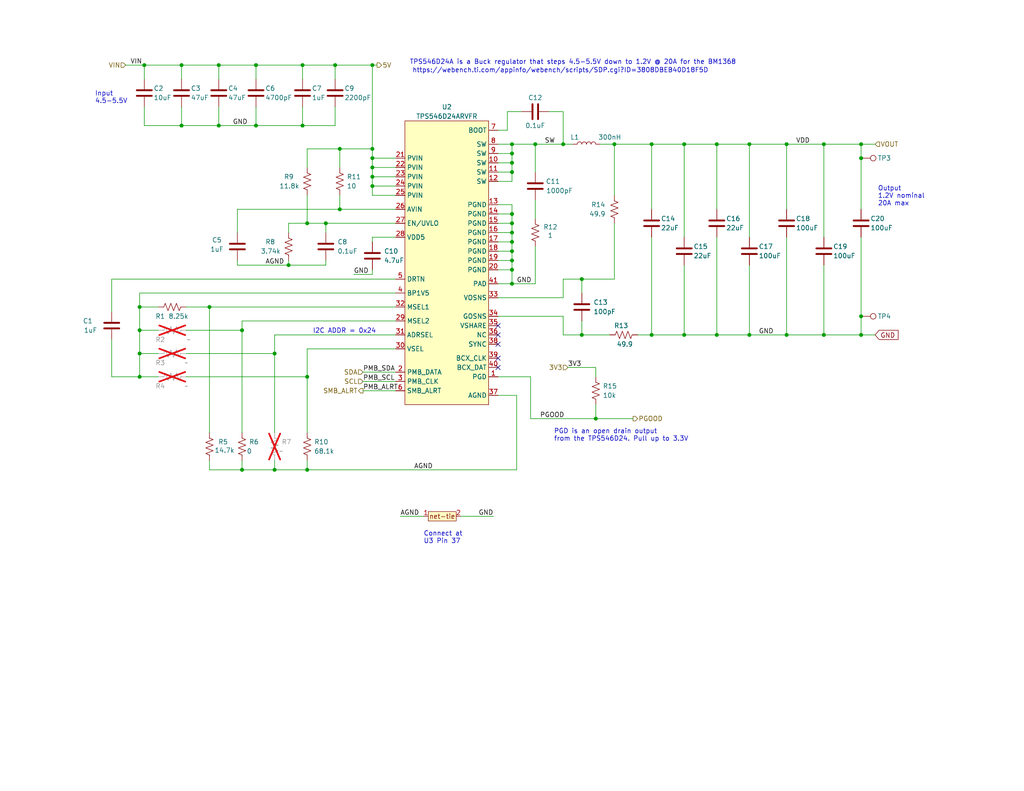
<source format=kicad_sch>
(kicad_sch (version 20250114) (generator "eeschema") (generator_version "9.0")
  (paper "A")
  (title_block (title "bitaxeGamma") (date "2024-09-26") (rev "601"))
  (lib_symbols
    (symbol "Connector:TestPoint" (pin_numbers (hide yes)) (pin_names (offset 0.762) (hide yes))
      (property "Reference" "TP" (at 0 6.858 0))
      (property "Value" "TestPoint" (at 0 5.08 0))
      (symbol "TestPoint_0_1"
        (circle (center 0 3.302) (radius 0.762))
      )
      (symbol "TestPoint_1_1"
        (pin passive line (at 0 0 90) (length 2.54) (name "1") (number "1"))
      )
    )
    (symbol "Device:C" (pin_numbers (hide yes)) (pin_names (offset 0.254))
      (property "Reference" "C" (at 0.635 2.54 0))
      (property "Value" "C" (at 0.635 -2.54 0))
      (symbol "C_0_1"
        (polyline (pts (xy -2.032 0.762) (xy 2.032 0.762)) (stroke (width 0.508)))
        (polyline (pts (xy -2.032 -0.762) (xy 2.032 -0.762)) (stroke (width 0.508)))
      )
      (symbol "C_1_1"
        (pin passive line (at 0 3.81 270) (length 2.794) (name "~") (number "1"))
        (pin passive line (at 0 -3.81 90) (length 2.794) (name "~") (number "2"))
      )
    )
    (symbol "Device:L" (pin_numbers (hide yes)) (pin_names (offset 1.016) (hide yes))
      (property "Reference" "L" (at -1.27 0 90))
      (property "Value" "L" (at 1.905 0 90))
      (symbol "L_0_1"
        (arc (start 0 2.54) (mid 0.6323 1.905) (end 0 1.27))
        (arc (start 0 1.27) (mid 0.6323 0.635) (end 0 0))
        (arc (start 0 0) (mid 0.6323 -0.635) (end 0 -1.27))
        (arc (start 0 -1.27) (mid 0.6323 -1.905) (end 0 -2.54))
      )
      (symbol "L_1_1"
        (pin passive line (at 0 3.81 270) (length 1.27) (name "1") (number "1"))
        (pin passive line (at 0 -3.81 90) (length 1.27) (name "2") (number "2"))
      )
    )
    (symbol "Device:R_US" (pin_numbers (hide yes)) (pin_names (offset 0))
      (property "Reference" "R" (at 2.54 0 90))
      (property "Value" "R_US" (at -2.54 0 90))
      (symbol "R_US_0_1"
        (polyline (pts (xy 0 2.286) (xy 0 2.54)))
        (polyline (pts (xy 0 2.286) (xy 1.016 1.905) (xy 0 1.524) (xy -1.016 1.143) (xy 0 0.762)))
        (polyline (pts (xy 0 0.762) (xy 1.016 0.381) (xy 0 0) (xy -1.016 -0.381) (xy 0 -0.762)))
        (polyline (pts (xy 0 -0.762) (xy 1.016 -1.143) (xy 0 -1.524) (xy -1.016 -1.905) (xy 0 -2.286)))
        (polyline (pts (xy 0 -2.286) (xy 0 -2.54)))
      )
      (symbol "R_US_1_1"
        (pin passive line (at 0 3.81 270) (length 1.27) (name "~") (number "1"))
        (pin passive line (at 0 -3.81 90) (length 1.27) (name "~") (number "2"))
      )
    )
    (symbol "bitaxe:TPS546D24"
      (property "Reference" "U10" (at 0 45.72 0))
      (property "Value" "TPS546D24ARVFR" (at 0 43.18 0))
      (symbol "TPS546D24_0_1"
        (rectangle (start -11.43 41.91) (end 11.43 -35.56) (stroke (width 0.1524)) (fill (type background)))
      )
      (symbol "TPS546D24_1_1"
        (pin input line (at -13.97 31.75 0) (length 2.54) (name "PVIN") (number "21"))
        (pin input line (at -13.97 29.21 0) (length 2.54) (name "PVIN") (number "22"))
        (pin input line (at -13.97 26.67 0) (length 2.54) (name "PVIN") (number "23"))
        (pin input line (at -13.97 24.13 0) (length 2.54) (name "PVIN") (number "24"))
        (pin input line (at -13.97 21.59 0) (length 2.54) (name "PVIN") (number "25"))
        (pin input line (at -13.97 17.78 0) (length 2.54) (name "AVIN") (number "26"))
        (pin input line (at -13.97 13.97 0) (length 2.54) (name "EN/UVLO") (number "27"))
        (pin output line (at -13.97 10.16 0) (length 2.54) (name "VDD5") (number "28"))
        (pin input line (at -13.97 -1.27 0) (length 2.54) (name "DRTN") (number "5"))
        (pin input line (at -13.97 -5.08 0) (length 2.54) (name "BP1V5") (number "4"))
        (pin input line (at -13.97 -8.89 0) (length 2.54) (name "MSEL1") (number "32"))
        (pin input line (at -13.97 -12.7 0) (length 2.54) (name "MSEL2") (number "29"))
        (pin input line (at -13.97 -16.51 0) (length 2.54) (name "ADRSEL") (number "31"))
        (pin input line (at -13.97 -20.32 0) (length 2.54) (name "VSEL") (number "30"))
        (pin input line (at -13.97 -26.67 0) (length 2.54) (name "PMB_DATA") (number "2"))
        (pin input line (at -13.97 -29.21 0) (length 2.54) (name "PMB_CLK") (number "3"))
        (pin input line (at -13.97 -31.75 0) (length 2.54) (name "SMB_ALRT") (number "6"))
        (pin input line (at 13.97 39.37 180) (length 2.54) (name "BOOT") (number "7"))
        (pin output line (at 13.97 35.56 180) (length 2.54) (name "SW") (number "8"))
        (pin power_in line (at 13.97 33.02 180) (length 2.54) (name "SW") (number "9"))
        (pin power_in line (at 13.97 30.48 180) (length 2.54) (name "SW") (number "10"))
        (pin output line (at 13.97 27.94 180) (length 2.54) (name "SW") (number "11"))
        (pin power_out line (at 13.97 25.4 180) (length 2.54) (name "SW") (number "12"))
        (pin output line (at 13.97 19.05 180) (length 2.54) (name "PGND") (number "13"))
        (pin output line (at 13.97 16.51 180) (length 2.54) (name "PGND") (number "14"))
        (pin input line (at 13.97 13.97 180) (length 2.54) (name "PGND") (number "15"))
        (pin input line (at 13.97 11.43 180) (length 2.54) (name "PGND") (number "16"))
        (pin power_in line (at 13.97 8.89 180) (length 2.54) (name "PGND") (number "17"))
        (pin input line (at 13.97 6.35 180) (length 2.54) (name "PGND") (number "18"))
        (pin input line (at 13.97 3.81 180) (length 2.54) (name "PGND") (number "19"))
        (pin power_in line (at 13.97 1.27 180) (length 2.54) (name "PGND") (number "20"))
        (pin power_in line (at 13.97 -2.54 180) (length 2.54) (name "PAD") (number "41"))
        (pin output line (at 13.97 -6.35 180) (length 2.54) (name "VOSNS") (number "33"))
        (pin output line (at 13.97 -11.43 180) (length 2.54) (name "GOSNS") (number "34"))
        (pin input line (at 13.97 -13.97 180) (length 2.54) (name "VSHARE") (number "35"))
        (pin input line (at 13.97 -16.51 180) (length 2.54) (name "NC") (number "36"))
        (pin input line (at 13.97 -19.05 180) (length 2.54) (name "SYNC") (number "38"))
        (pin input line (at 13.97 -22.86 180) (length 2.54) (name "BCX_CLK") (number "39"))
        (pin input line (at 13.97 -25.4 180) (length 2.54) (name "BCX_DAT") (number "40"))
        (pin input line (at 13.97 -27.94 180) (length 2.54) (name "PGD") (number "1"))
        (pin power_in line (at 13.97 -33.02 180) (length 2.54) (name "AGND") (number "37"))
      )
    )
    (symbol "bitaxe:net-tie"
      (symbol "net-tie_0_1"
        (rectangle (start -3.81 1.27) (end 3.81 -1.27) (stroke (width 0.1524)) (fill (type background)))
      )
      (symbol "net-tie_1_0"
        (pin bidirectional line (at -5.08 0 0) (length 1.27) (name "") (number "1"))
        (pin bidirectional line (at 5.08 0 180) (length 1.27) (name "") (number "2"))
      )
      (symbol "net-tie_1_1"
        (text "net-tie" (at 0 0 0) (effects (font (size 1.27 1.27))))
      )
    )
  )
  (text "TPS546D24A is a Buck regulator that steps 4.5-5.5V down to 1.2V @ 20A for the BM1368" (at 111.76 17.78 0) (effects (font (size 1.27 1.27)) (justify left bottom)))
  (text "https://webench.ti.com/appinfo/webench/scripts/SDP.cgi?ID=3808DBEB40D18F5D" (at 152.908 19.304 0) (effects (font (size 1.27 1.27))))
  (text "Input \n4.5-5.5V" (at 25.908 28.448 0) (effects (font (size 1.27 1.27)) (justify left bottom)))
  (text "PGD is an open drain output\nfrom the TPS546D24. Pull up to 3.3V" (at 151.13 120.65 0) (effects (font (size 1.27 1.27)) (justify left bottom)))
  (text "I2C ADDR = 0x24" (at 85.344 91.186 0) (effects (font (size 1.27 1.27)) (justify left bottom)))
  (text "Output \n1.2V nominal\n20A max" (at 239.522 56.388 0) (effects (font (size 1.27 1.27)) (justify left bottom)))
  (text "Connect at\nU3 Pin 37" (at 115.57 148.59 0) (effects (font (size 1.27 1.27)) (justify left bottom)))
  (junction (at 66.04 90.17))
  (junction (at 83.82 60.96))
  (junction (at 59.69 17.78))
  (junction (at 139.7 46.99))
  (junction (at 186.69 39.37))
  (junction (at 146.05 39.37))
  (junction (at 38.1 96.52))
  (junction (at 234.95 91.44))
  (junction (at 82.55 17.78))
  (junction (at 49.53 17.78))
  (junction (at 162.56 114.3))
  (junction (at 39.37 17.78))
  (junction (at 101.6 45.72))
  (junction (at 224.79 91.44))
  (junction (at 195.58 39.37))
  (junction (at 83.82 128.27))
  (junction (at 234.95 39.37))
  (junction (at 92.71 57.15))
  (junction (at 91.44 17.78))
  (junction (at 186.69 91.44))
  (junction (at 69.85 34.29))
  (junction (at 49.53 34.29))
  (junction (at 83.82 102.87))
  (junction (at 177.8 39.37))
  (junction (at 57.15 83.82))
  (junction (at 92.71 40.64))
  (junction (at 101.6 43.18))
  (junction (at 38.1 102.87))
  (junction (at 153.67 39.37))
  (junction (at 74.93 128.27))
  (junction (at 204.47 39.37))
  (junction (at 139.7 63.5))
  (junction (at 158.75 91.44))
  (junction (at 78.74 72.39))
  (junction (at 139.7 58.42))
  (junction (at 101.6 48.26))
  (junction (at 139.7 41.91))
  (junction (at 139.7 66.04))
  (junction (at 234.95 43.18))
  (junction (at 214.63 91.44))
  (junction (at 214.63 39.37))
  (junction (at 139.7 60.96))
  (junction (at 224.79 39.37))
  (junction (at 177.8 91.44))
  (junction (at 234.95 86.36))
  (junction (at 139.7 44.45))
  (junction (at 167.64 39.37))
  (junction (at 74.93 96.52))
  (junction (at 38.1 83.82))
  (junction (at 101.6 50.8))
  (junction (at 139.7 77.47))
  (junction (at 139.7 73.66))
  (junction (at 204.47 91.44))
  (junction (at 101.6 17.78))
  (junction (at 69.85 17.78))
  (junction (at 139.7 71.12))
  (junction (at 101.6 40.64))
  (junction (at 139.7 68.58))
  (junction (at 195.58 91.44))
  (junction (at 59.69 34.29))
  (junction (at 38.1 90.17))
  (junction (at 158.75 76.2))
  (junction (at 66.04 128.27))
  (junction (at 82.55 34.29))
  (junction (at 88.9 60.96))
  (junction (at 139.7 39.37))
  (no_connect (at 135.89 88.9))
  (no_connect (at 135.89 93.98))
  (no_connect (at 135.89 97.79))
  (no_connect (at 135.89 91.44))
  (no_connect (at 135.89 100.33))
  (wire (pts (xy 146.05 59.69) (xy 146.05 54.61)))
  (wire (pts (xy 139.7 41.91) (xy 139.7 39.37)))
  (wire (pts (xy 92.71 45.72) (xy 92.71 40.64)))
  (wire (pts (xy 139.7 73.66) (xy 139.7 77.47)))
  (wire (pts (xy 92.71 53.34) (xy 92.71 57.15)))
  (wire (pts (xy 195.58 39.37) (xy 195.58 57.15)))
  (wire (pts (xy 88.9 60.96) (xy 107.95 60.96)))
  (wire (pts (xy 101.6 43.18) (xy 107.95 43.18)))
  (wire (pts (xy 101.6 45.72) (xy 101.6 48.26)))
  (wire (pts (xy 69.85 34.29) (xy 82.55 34.29)))
  (wire (pts (xy 224.79 72.39) (xy 224.79 91.44)))
  (wire (pts (xy 59.69 17.78) (xy 59.69 21.59)))
  (wire (pts (xy 167.64 39.37) (xy 177.8 39.37)))
  (wire (pts (xy 101.6 40.64) (xy 101.6 43.18)))
  (wire (pts (xy 153.67 39.37) (xy 156.21 39.37)))
  (wire (pts (xy 146.05 46.99) (xy 146.05 39.37)))
  (wire (pts (xy 101.6 66.04) (xy 101.6 64.77)))
  (wire (pts (xy 83.82 60.96) (xy 78.74 60.96)))
  (wire (pts (xy 66.04 87.63) (xy 66.04 90.17)))
  (wire (pts (xy 83.82 40.64) (xy 92.71 40.64)))
  (wire (pts (xy 139.7 58.42) (xy 139.7 60.96)))
  (wire (pts (xy 66.04 128.27) (xy 74.93 128.27)))
  (wire (pts (xy 162.56 114.3) (xy 172.72 114.3)))
  (wire (pts (xy 78.74 71.12) (xy 78.74 72.39)))
  (wire (pts (xy 69.85 29.21) (xy 69.85 34.29)))
  (wire (pts (xy 96.52 74.93) (xy 101.6 74.93)))
  (wire (pts (xy 49.53 34.29) (xy 59.69 34.29)))
  (wire (pts (xy 135.89 102.87) (xy 144.78 102.87)))
  (wire (pts (xy 38.1 90.17) (xy 43.18 90.17)))
  (wire (pts (xy 135.89 58.42) (xy 139.7 58.42)))
  (wire (pts (xy 39.37 17.78) (xy 49.53 17.78)))
  (wire (pts (xy 195.58 91.44) (xy 204.47 91.44)))
  (wire (pts (xy 83.82 102.87) (xy 83.82 118.11)))
  (wire (pts (xy 234.95 43.18) (xy 234.95 57.15)))
  (wire (pts (xy 64.77 72.39) (xy 78.74 72.39)))
  (wire (pts (xy 88.9 71.12) (xy 88.9 72.39)))
  (wire (pts (xy 139.7 49.53) (xy 139.7 46.99)))
  (wire (pts (xy 101.6 50.8) (xy 101.6 53.34)))
  (wire (pts (xy 204.47 91.44) (xy 214.63 91.44)))
  (wire (pts (xy 101.6 17.78) (xy 91.44 17.78)))
  (wire (pts (xy 135.89 107.95) (xy 140.97 107.95)))
  (wire (pts (xy 34.29 17.78) (xy 39.37 17.78)))
  (wire (pts (xy 177.8 91.44) (xy 186.69 91.44)))
  (wire (pts (xy 214.63 91.44) (xy 224.79 91.44)))
  (wire (pts (xy 64.77 63.5) (xy 64.77 57.15)))
  (wire (pts (xy 38.1 90.17) (xy 38.1 96.52)))
  (wire (pts (xy 214.63 57.15) (xy 214.63 39.37)))
  (wire (pts (xy 49.53 17.78) (xy 49.53 21.59)))
  (wire (pts (xy 204.47 72.39) (xy 204.47 91.44)))
  (wire (pts (xy 153.67 30.48) (xy 153.67 39.37)))
  (wire (pts (xy 83.82 60.96) (xy 88.9 60.96)))
  (wire (pts (xy 38.1 102.87) (xy 43.18 102.87)))
  (wire (pts (xy 177.8 39.37) (xy 186.69 39.37)))
  (wire (pts (xy 139.7 44.45) (xy 139.7 41.91)))
  (wire (pts (xy 83.82 125.73) (xy 83.82 128.27)))
  (wire (pts (xy 204.47 39.37) (xy 204.47 64.77)))
  (wire (pts (xy 167.64 60.96) (xy 167.64 76.2)))
  (wire (pts (xy 83.82 45.72) (xy 83.82 40.64)))
  (wire (pts (xy 38.1 96.52) (xy 38.1 102.87)))
  (wire (pts (xy 83.82 95.25) (xy 83.82 102.87)))
  (wire (pts (xy 101.6 43.18) (xy 101.6 45.72)))
  (wire (pts (xy 82.55 17.78) (xy 82.55 21.59)))
  (wire (pts (xy 135.89 81.28) (xy 153.67 81.28)))
  (wire (pts (xy 144.78 114.3) (xy 162.56 114.3)))
  (wire (pts (xy 158.75 76.2) (xy 167.64 76.2)))
  (wire (pts (xy 139.7 71.12) (xy 139.7 73.66)))
  (wire (pts (xy 38.1 96.52) (xy 43.18 96.52)))
  (wire (pts (xy 135.89 46.99) (xy 139.7 46.99)))
  (wire (pts (xy 50.8 83.82) (xy 57.15 83.82)))
  (wire (pts (xy 144.78 102.87) (xy 144.78 114.3)))
  (wire (pts (xy 99.06 101.6) (xy 107.95 101.6)))
  (wire (pts (xy 82.55 17.78) (xy 91.44 17.78)))
  (wire (pts (xy 158.75 91.44) (xy 166.37 91.44)))
  (wire (pts (xy 101.6 48.26) (xy 101.6 50.8)))
  (wire (pts (xy 83.82 53.34) (xy 83.82 60.96)))
  (wire (pts (xy 139.7 63.5) (xy 139.7 66.04)))
  (wire (pts (xy 162.56 110.49) (xy 162.56 114.3)))
  (wire (pts (xy 88.9 63.5) (xy 88.9 60.96)))
  (wire (pts (xy 158.75 87.63) (xy 158.75 91.44)))
  (wire (pts (xy 50.8 96.52) (xy 74.93 96.52)))
  (wire (pts (xy 39.37 21.59) (xy 39.37 17.78)))
  (wire (pts (xy 139.7 55.88) (xy 139.7 58.42)))
  (wire (pts (xy 78.74 60.96) (xy 78.74 63.5)))
  (wire (pts (xy 139.7 73.66) (xy 135.89 73.66)))
  (wire (pts (xy 224.79 91.44) (xy 234.95 91.44)))
  (wire (pts (xy 101.6 45.72) (xy 107.95 45.72)))
  (wire (pts (xy 135.89 86.36) (xy 153.67 86.36)))
  (wire (pts (xy 101.6 50.8) (xy 107.95 50.8)))
  (wire (pts (xy 107.95 80.01) (xy 38.1 80.01)))
  (wire (pts (xy 69.85 17.78) (xy 69.85 21.59)))
  (wire (pts (xy 139.7 39.37) (xy 146.05 39.37)))
  (wire (pts (xy 66.04 125.73) (xy 66.04 128.27)))
  (wire (pts (xy 214.63 64.77) (xy 214.63 91.44)))
  (wire (pts (xy 83.82 128.27) (xy 140.97 128.27)))
  (wire (pts (xy 139.7 39.37) (xy 135.89 39.37)))
  (wire (pts (xy 99.06 104.14) (xy 107.95 104.14)))
  (wire (pts (xy 158.75 76.2) (xy 158.75 80.01)))
  (wire (pts (xy 135.89 66.04) (xy 139.7 66.04)))
  (wire (pts (xy 101.6 73.66) (xy 101.6 74.93)))
  (wire (pts (xy 101.6 48.26) (xy 107.95 48.26)))
  (wire (pts (xy 234.95 64.77) (xy 234.95 86.36)))
  (wire (pts (xy 186.69 91.44) (xy 195.58 91.44)))
  (wire (pts (xy 57.15 128.27) (xy 66.04 128.27)))
  (wire (pts (xy 234.95 91.44) (xy 238.76 91.44)))
  (wire (pts (xy 91.44 17.78) (xy 91.44 21.59)))
  (wire (pts (xy 57.15 125.73) (xy 57.15 128.27)))
  (wire (pts (xy 234.95 39.37) (xy 234.95 43.18)))
  (wire (pts (xy 101.6 17.78) (xy 101.6 40.64)))
  (wire (pts (xy 69.85 17.78) (xy 82.55 17.78)))
  (wire (pts (xy 30.48 76.2) (xy 107.95 76.2)))
  (wire (pts (xy 135.89 71.12) (xy 139.7 71.12)))
  (wire (pts (xy 38.1 83.82) (xy 43.18 83.82)))
  (wire (pts (xy 135.89 68.58) (xy 139.7 68.58)))
  (wire (pts (xy 139.7 68.58) (xy 139.7 71.12)))
  (wire (pts (xy 177.8 64.77) (xy 177.8 91.44)))
  (wire (pts (xy 163.83 39.37) (xy 167.64 39.37)))
  (wire (pts (xy 195.58 39.37) (xy 204.47 39.37)))
  (wire (pts (xy 153.67 91.44) (xy 158.75 91.44)))
  (wire (pts (xy 234.95 86.36) (xy 234.95 91.44)))
  (wire (pts (xy 139.7 46.99) (xy 139.7 44.45)))
  (wire (pts (xy 64.77 57.15) (xy 92.71 57.15)))
  (wire (pts (xy 50.8 102.87) (xy 83.82 102.87)))
  (wire (pts (xy 149.86 30.48) (xy 153.67 30.48)))
  (wire (pts (xy 49.53 29.21) (xy 49.53 34.29)))
  (wire (pts (xy 214.63 39.37) (xy 224.79 39.37)))
  (wire (pts (xy 125.73 140.97) (xy 134.62 140.97)))
  (wire (pts (xy 138.43 35.56) (xy 138.43 30.48)))
  (wire (pts (xy 101.6 64.77) (xy 107.95 64.77)))
  (wire (pts (xy 101.6 17.78) (xy 102.87 17.78)))
  (wire (pts (xy 30.48 92.71) (xy 30.48 102.87)))
  (wire (pts (xy 39.37 29.21) (xy 39.37 34.29)))
  (wire (pts (xy 153.67 81.28) (xy 153.67 76.2)))
  (wire (pts (xy 204.47 39.37) (xy 214.63 39.37)))
  (wire (pts (xy 146.05 77.47) (xy 139.7 77.47)))
  (wire (pts (xy 91.44 34.29) (xy 91.44 29.21)))
  (wire (pts (xy 153.67 86.36) (xy 153.67 91.44)))
  (wire (pts (xy 173.99 91.44) (xy 177.8 91.44)))
  (wire (pts (xy 138.43 30.48) (xy 142.24 30.48)))
  (wire (pts (xy 74.93 91.44) (xy 74.93 96.52)))
  (wire (pts (xy 146.05 67.31) (xy 146.05 77.47)))
  (wire (pts (xy 146.05 39.37) (xy 153.67 39.37)))
  (wire (pts (xy 57.15 83.82) (xy 107.95 83.82)))
  (wire (pts (xy 135.89 63.5) (xy 139.7 63.5)))
  (wire (pts (xy 186.69 39.37) (xy 195.58 39.37)))
  (wire (pts (xy 177.8 39.37) (xy 177.8 57.15)))
  (wire (pts (xy 234.95 39.37) (xy 238.76 39.37)))
  (wire (pts (xy 38.1 83.82) (xy 38.1 90.17)))
  (wire (pts (xy 92.71 40.64) (xy 101.6 40.64)))
  (wire (pts (xy 135.89 44.45) (xy 139.7 44.45)))
  (wire (pts (xy 167.64 39.37) (xy 167.64 53.34)))
  (wire (pts (xy 135.89 60.96) (xy 139.7 60.96)))
  (wire (pts (xy 195.58 64.77) (xy 195.58 91.44)))
  (wire (pts (xy 135.89 35.56) (xy 138.43 35.56)))
  (wire (pts (xy 162.56 102.87) (xy 162.56 100.33)))
  (wire (pts (xy 30.48 85.09) (xy 30.48 76.2)))
  (wire (pts (xy 38.1 80.01) (xy 38.1 83.82)))
  (wire (pts (xy 186.69 72.39) (xy 186.69 91.44)))
  (wire (pts (xy 66.04 90.17) (xy 66.04 118.11)))
  (wire (pts (xy 74.93 91.44) (xy 107.95 91.44)))
  (wire (pts (xy 59.69 29.21) (xy 59.69 34.29)))
  (wire (pts (xy 49.53 17.78) (xy 59.69 17.78)))
  (wire (pts (xy 135.89 41.91) (xy 139.7 41.91)))
  (wire (pts (xy 154.94 100.33) (xy 162.56 100.33)))
  (wire (pts (xy 66.04 87.63) (xy 107.95 87.63)))
  (wire (pts (xy 92.71 57.15) (xy 107.95 57.15)))
  (wire (pts (xy 107.95 53.34) (xy 101.6 53.34)))
  (wire (pts (xy 74.93 128.27) (xy 83.82 128.27)))
  (wire (pts (xy 140.97 107.95) (xy 140.97 128.27)))
  (wire (pts (xy 139.7 60.96) (xy 139.7 63.5)))
  (wire (pts (xy 83.82 95.25) (xy 107.95 95.25)))
  (wire (pts (xy 57.15 83.82) (xy 57.15 118.11)))
  (wire (pts (xy 59.69 17.78) (xy 69.85 17.78)))
  (wire (pts (xy 82.55 34.29) (xy 91.44 34.29)))
  (wire (pts (xy 74.93 96.52) (xy 74.93 118.11)))
  (wire (pts (xy 78.74 72.39) (xy 88.9 72.39)))
  (wire (pts (xy 82.55 29.21) (xy 82.55 34.29)))
  (wire (pts (xy 39.37 34.29) (xy 49.53 34.29)))
  (wire (pts (xy 59.69 34.29) (xy 69.85 34.29)))
  (wire (pts (xy 30.48 102.87) (xy 38.1 102.87)))
  (wire (pts (xy 135.89 55.88) (xy 139.7 55.88)))
  (wire (pts (xy 64.77 71.12) (xy 64.77 72.39)))
  (wire (pts (xy 224.79 39.37) (xy 234.95 39.37)))
  (wire (pts (xy 109.22 140.97) (xy 115.57 140.97)))
  (wire (pts (xy 139.7 66.04) (xy 139.7 68.58)))
  (wire (pts (xy 74.93 125.73) (xy 74.93 128.27)))
  (wire (pts (xy 224.79 39.37) (xy 224.79 64.77)))
  (wire (pts (xy 153.67 76.2) (xy 158.75 76.2)))
  (wire (pts (xy 135.89 49.53) (xy 139.7 49.53)))
  (wire (pts (xy 99.06 106.68) (xy 107.95 106.68)))
  (wire (pts (xy 186.69 39.37) (xy 186.69 64.77)))
  (wire (pts (xy 50.8 90.17) (xy 66.04 90.17)))
  (wire (pts (xy 135.89 77.47) (xy 139.7 77.47)))
  (label "GND" (at 134.62 140.97 180))
  (label "PMB_SDA" (at 99.06 101.6 0))
  (label "GND" (at 96.52 74.93 0))
  (label "SW" (at 148.59 39.37 0))
  (label "GND" (at 140.97 77.47 0))
  (label "PMB_SCL" (at 99.06 104.14 0))
  (label "AGND" (at 118.11 128.27 180))
  (label "AGND" (at 72.39 72.39 0))
  (label "GND" (at 207.01 91.44 0))
  (label "PMB_ALRT" (at 99.06 106.68 0))
  (label "PGOOD" (at 147.32 114.3 0))
  (label "GND" (at 63.5 34.29 0))
  (label "AGND" (at 109.22 140.97 0))
  (label "VIN" (at 35.56 17.78 0))
  (label "VDD" (at 217.17 39.37 0))
  (label "3V3" (at 154.94 100.33 0))
  (global_label "GND" (shape input) (at 238.76 91.44 0) (property "Intersheetrefs" "${INTERSHEET_REFS}" (effects (hide yes))))
  (hierarchical_label "VOUT" (shape input) (at 238.76 39.37 0))
  (hierarchical_label "SMB_ALRT" (shape output) (at 99.06 106.68 180))
  (hierarchical_label "3V3" (shape input) (at 154.94 100.33 180))
  (hierarchical_label "SCL" (shape input) (at 99.06 104.14 180))
  (hierarchical_label "PGOOD" (shape output) (at 172.72 114.3 0))
  (hierarchical_label "SDA" (shape input) (at 99.06 101.6 180))
  (hierarchical_label "5V" (shape output) (at 102.87 17.78 0))
  (hierarchical_label "VIN" (shape input) (at 34.29 17.78 180))
  (symbol (lib_id "Device:C") (at 177.8 60.96 0) (unit 1)
    (property "Reference" "C14" (at 180.34 59.69 0) (effects (justify left)))
    (property "Value" "22uF" (at 180.34 62.23 0) (effects (justify left)))
    (property "Footprint" "Capacitor_SMD:C_0805_2012Metric" (effects (hide yes)))
    (property "DK" "490-10746-1-ND" (effects (hide yes)))
    (property "PARTNO" "GRM21BR61A226ME44L" (effects (hide yes)))
  )
  (symbol (lib_id "Device:C") (at 39.37 25.4 0) (unit 1)
    (property "Reference" "C2" (at 41.91 24.13 0) (effects (justify left)))
    (property "Value" "10uF" (at 41.91 26.67 0) (effects (justify left)))
    (property "Footprint" "Capacitor_SMD:C_0805_2012Metric" (effects (hide yes)))
    (property "DK" "1276-1096-1-ND" (effects (hide yes)))
    (property "PARTNO" "CL21A106KOQNNNE" (effects (hide yes)))
  )
  (symbol (lib_id "Device:R_US") (at 167.64 57.15 0) (unit 1)
    (property "Reference" "R14" (at 161.29 55.88 0) (effects (justify left)))
    (property "Value" "49.9" (at 160.782 58.42 0) (effects (justify left)))
    (property "Footprint" "Resistor_SMD:R_0402_1005Metric" (effects (hide yes)))
    (property "DK" "311-49.9LRCT-ND" (effects (hide yes)))
    (property "PARTNO" "RC0402FR-0749R9L" (effects (hide yes)))
  )
  (symbol (lib_id "Device:C") (at 101.6 69.85 0) (unit 1)
    (property "Reference" "C10" (at 104.775 68.58 0) (effects (justify left)))
    (property "Value" "4.7uF" (at 104.775 71.12 0) (effects (justify left)))
    (property "Footprint" "Capacitor_SMD:C_0402_1005Metric" (effects (hide yes)))
    (property "DK" "490-14306-1-ND" (effects (hide yes)))
    (property "PARTNO" "GRM155R61A475MEAAD" (effects (hide yes)))
  )
  (symbol (lib_id "Connector:TestPoint") (at 234.95 86.36 270) (mirror x) (unit 1) (in_bom no)
    (property "Reference" "TP4" (at 241.3 86.36 90))
    (property "Value" "TestPoint" (effects (hide yes)))
    (property "Footprint" "TestPoint:TestPoint_Pad_D1.5mm" (effects (hide yes)))
  )
  (symbol (lib_id "Device:C") (at 30.48 88.9 0) (unit 1)
    (property "Reference" "C1" (at 22.606 87.63 0) (effects (justify left)))
    (property "Value" "1uF" (at 22.86 90.17 0) (effects (justify left)))
    (property "Footprint" "Capacitor_SMD:C_0402_1005Metric" (effects (hide yes)))
    (property "DK" "587-5514-1-ND" (effects (hide yes)))
    (property "PARTNO" "EMK105BJ105MV-F" (effects (hide yes)))
  )
  (symbol (lib_id "Device:R_US") (at 78.74 67.31 0) (unit 1)
    (property "Reference" "R8" (at 72.39 66.04 0) (effects (justify left)))
    (property "Value" "3.74k" (at 71.12 68.58 0) (effects (justify left)))
    (property "Footprint" "Resistor_SMD:R_0402_1005Metric" (effects (hide yes)))
    (property "DK" "311-3.74KLRCT-ND" (effects (hide yes)))
    (property "PARTNO" "RC0402FR-073K74L" (effects (hide yes)))
  )
  (symbol (lib_id "Device:R_US") (at 83.82 121.92 0) (unit 1)
    (property "Reference" "R10" (at 85.725 120.65 0) (effects (justify left)))
    (property "Value" "68.1k" (at 85.725 123.19 0) (effects (justify left)))
    (property "Footprint" "Resistor_SMD:R_0402_1005Metric" (effects (hide yes)))
    (property "DK" "YAG3213CT-ND" (effects (hide yes)))
    (property "PARTNO" "RC0402FR-0768K1L" (effects (hide yes)))
  )
  (symbol (lib_id "Device:C") (at 158.75 83.82 0) (unit 1)
    (property "Reference" "C13" (at 161.925 82.55 0) (effects (justify left)))
    (property "Value" "100pF" (at 161.925 85.09 0) (effects (justify left)))
    (property "Footprint" "Capacitor_SMD:C_0402_1005Metric" (effects (hide yes)))
    (property "DK" "732-7431-1-ND" (effects (hide yes)))
    (property "PARTNO" "885012005013" (effects (hide yes)))
  )
  (symbol (lib_id "Device:L") (at 160.02 39.37 90) (unit 1)
    (property "Reference" "L1" (at 156.845 37.465 90))
    (property "Value" "300nH" (at 166.37 37.465 90))
    (property "Footprint" "bitaxe:SLC1175-271MEC_COC" (effects (hide yes)))
    (property "Datasheet" "https://www.mouser.com/datasheet/2/597/slc1175-270653.pdf" (effects (hide yes)))
    (property "PARTNO" "SLC1175-301MEC" (effects (hide yes)))
    (property "Mouser" "994-SLC1175-271MEC" (effects (hide yes)))
  )
  (symbol (lib_id "Connector:TestPoint") (at 234.95 43.18 270) (mirror x) (unit 1) (in_bom no)
    (property "Reference" "TP3" (at 241.3 43.18 90))
    (property "Value" "TestPoint" (effects (hide yes)))
    (property "Footprint" "TestPoint:TestPoint_Pad_D1.5mm" (effects (hide yes)))
  )
  (symbol (lib_id "Device:C") (at 224.79 68.58 0) (unit 1)
    (property "Reference" "C19" (at 227.33 67.31 0) (effects (justify left)))
    (property "Value" "100uF" (at 227.33 69.85 0) (effects (justify left)))
    (property "Footprint" "Capacitor_SMD:C_1206_3216Metric" (effects (hide yes)))
    (property "DK" "1276-1782-1-ND" (effects (hide yes)))
    (property "PARTNO" "CL31A107MQHNNNE" (effects (hide yes)))
  )
  (symbol (lib_id "Device:C") (at 214.63 60.96 0) (unit 1)
    (property "Reference" "C18" (at 217.17 59.69 0) (effects (justify left)))
    (property "Value" "100uF" (at 217.17 62.23 0) (effects (justify left)))
    (property "Footprint" "Capacitor_SMD:C_1206_3216Metric" (effects (hide yes)))
    (property "DK" "1276-1782-1-ND" (effects (hide yes)))
    (property "PARTNO" "CL31A107MQHNNNE" (effects (hide yes)))
  )
  (symbol (lib_id "Device:C") (at 82.55 25.4 0) (unit 1)
    (property "Reference" "C7" (at 85.09 24.13 0) (effects (justify left)))
    (property "Value" "1uF" (at 85.09 26.67 0) (effects (justify left)))
    (property "Footprint" "Capacitor_SMD:C_0402_1005Metric" (effects (hide yes)))
    (property "DK" "587-5514-1-ND" (effects (hide yes)))
    (property "PARTNO" "EMK105BJ105MV-F" (effects (hide yes)))
  )
  (symbol (lib_id "bitaxe:TPS546D24") (at 121.92 74.93 0) (unit 1)
    (property "Reference" "U2" (at 121.92 29.21 0))
    (property "Value" "TPS546D24ARVFR" (at 121.92 31.75 0))
    (property "Footprint" "bitaxe:LQFN40-CLIP" (effects (hide yes)))
    (property "Datasheet" "https://www.ti.com/lit/ds/symlink/tps546d24a.pdf" (effects (hide yes)))
    (property "DK" "296-TPS546D24ARVFRCT-ND" (effects (hide yes)))
    (property "PARTNO" "TPS546D24ARVFR" (effects (hide yes)))
  )
  (symbol (lib_id "Device:C") (at 146.05 50.8 180) (unit 1)
    (property "Reference" "C11" (at 150.876 49.53 0))
    (property "Value" "1000pF" (at 152.654 52.07 0))
    (property "Footprint" "Capacitor_SMD:C_0805_2012Metric" (effects (hide yes)))
    (property "DK" "311-1127-1-ND" (effects (hide yes)))
    (property "PARTNO" "CC0805KRX7R9BB102" (effects (hide yes)))
  )
  (symbol (lib_id "Device:C") (at 59.69 25.4 0) (unit 1)
    (property "Reference" "C4" (at 62.23 24.13 0) (effects (justify left)))
    (property "Value" "47uF" (at 62.23 26.67 0) (effects (justify left)))
    (property "Footprint" "Capacitor_SMD:C_1210_3225Metric" (effects (hide yes)))
    (property "DK" "1276-3376-1-ND" (effects (hide yes)))
    (property "PARTNO" "CL32A476KOJNNNE" (effects (hide yes)))
  )
  (symbol (lib_id "Device:R_US") (at 57.15 121.92 180) (unit 1)
    (property "Reference" "R5" (at 62.23 120.65 0) (effects (justify left)))
    (property "Value" "14.7k" (at 64.008 122.936 0) (effects (justify left)))
    (property "Footprint" "Resistor_SMD:R_0402_1005Metric" (effects (hide yes)))
    (property "DK" "YAG2984CT-ND" (effects (hide yes)))
    (property "PARTNO" "RC0402FR-0714K7L" (effects (hide yes)))
  )
  (symbol (lib_id "Device:C") (at 49.53 25.4 0) (unit 1)
    (property "Reference" "C3" (at 52.07 24.13 0) (effects (justify left)))
    (property "Value" "47uF" (at 52.07 26.67 0) (effects (justify left)))
    (property "Footprint" "Capacitor_SMD:C_1210_3225Metric" (effects (hide yes)))
    (property "DK" "1276-3376-1-ND" (effects (hide yes)))
    (property "PARTNO" "CL32A476KOJNNNE" (effects (hide yes)))
  )
  (symbol (lib_id "Device:R_US") (at 66.04 121.92 0) (unit 1)
    (property "Reference" "R6" (at 67.945 120.65 0) (effects (justify left)))
    (property "Value" "0" (at 67.31 123.19 0) (effects (justify left)))
    (property "Footprint" "Resistor_SMD:R_0402_1005Metric" (effects (hide yes)))
    (property "DK" "311-0.0JRCT-ND" (effects (hide yes)))
    (property "PARTNO" "RC0402JR-070RL" (effects (hide yes)))
  )
  (symbol (lib_id "Device:R_US") (at 46.99 96.52 90) (unit 1) (in_bom no) (dnp yes)
    (property "Reference" "R3" (at 45.085 99.06 90) (effects (justify left)))
    (property "Value" "~" (at 51.435 99.06 90) (effects (justify left)))
    (property "Footprint" "Resistor_SMD:R_0402_1005Metric" (effects (hide yes)))
  )
  (symbol (lib_id "Device:C") (at 234.95 60.96 0) (unit 1)
    (property "Reference" "C20" (at 237.49 59.69 0) (effects (justify left)))
    (property "Value" "100uF" (at 237.49 62.23 0) (effects (justify left)))
    (property "Footprint" "Capacitor_SMD:C_1206_3216Metric" (effects (hide yes)))
    (property "DK" "1276-1782-1-ND" (effects (hide yes)))
    (property "PARTNO" "CL31A107MQHNNNE" (effects (hide yes)))
  )
  (symbol (lib_id "Device:R_US") (at 46.99 83.82 90) (unit 1)
    (property "Reference" "R1" (at 45.085 86.36 90) (effects (justify left)))
    (property "Value" "8.25k" (at 51.435 86.36 90) (effects (justify left)))
    (property "Footprint" "Resistor_SMD:R_0402_1005Metric" (effects (hide yes)))
    (property "DK" "311-8.25KLRCT-ND" (effects (hide yes)))
    (property "PARTNO" "RC0402FR-078K25L" (effects (hide yes)))
  )
  (symbol (lib_id "bitaxe:net-tie") (at 120.65 140.97 0) (unit 1) (in_bom no)
    (property "Reference" "T1" (effects (hide yes)))
    (property "Value" "net-tie" (effects (hide yes)))
    (property "Footprint" "bitaxe:NetTie-0.25mm" (effects (hide yes)))
  )
  (symbol (lib_id "Device:C") (at 146.05 30.48 90) (unit 1)
    (property "Reference" "C12" (at 146.05 26.67 90))
    (property "Value" "0.1uF" (at 146.05 34.29 90))
    (property "Footprint" "Capacitor_SMD:C_0402_1005Metric" (effects (hide yes)))
    (property "DK" "1276-1234-1-ND" (effects (hide yes)))
    (property "PARTNO" "CL05A104KO5NNNC" (effects (hide yes)))
  )
  (symbol (lib_id "Device:R_US") (at 92.71 49.53 0) (unit 1)
    (property "Reference" "R11" (at 94.615 48.26 0) (effects (justify left)))
    (property "Value" "10" (at 94.615 50.8 0) (effects (justify left)))
    (property "Footprint" "Resistor_SMD:R_0402_1005Metric" (effects (hide yes)))
    (property "DK" "311-10.0LRCT-ND" (effects (hide yes)))
    (property "PARTNO" "RC0402FR-0710RL" (effects (hide yes)))
  )
  (symbol (lib_id "Device:R_US") (at 162.56 106.68 180) (unit 1)
    (property "Reference" "R15" (at 164.465 105.41 0) (effects (justify right)))
    (property "Value" "10k" (at 164.465 107.95 0) (effects (justify right)))
    (property "Footprint" "Resistor_SMD:R_0402_1005Metric" (effects (hide yes)))
    (property "DK" "311-10KJRCT-ND" (effects (hide yes)))
    (property "PARTNO" "RC0402JR-0710KL" (effects (hide yes)))
  )
  (symbol (lib_id "Device:C") (at 64.77 67.31 180) (unit 1)
    (property "Reference" "C5" (at 59.182 65.532 0))
    (property "Value" "1uF" (at 59.182 68.072 0))
    (property "Footprint" "Capacitor_SMD:C_0402_1005Metric" (effects (hide yes)))
    (property "DK" "587-5514-1-ND" (effects (hide yes)))
    (property "PARTNO" "EMK105BJ105MV-F" (effects (hide yes)))
  )
  (symbol (lib_id "Device:C") (at 88.9 67.31 0) (unit 1)
    (property "Reference" "C8" (at 92.075 66.04 0) (effects (justify left)))
    (property "Value" "0.1uF" (at 92.075 68.58 0) (effects (justify left)))
    (property "Footprint" "Capacitor_SMD:C_0402_1005Metric" (effects (hide yes)))
    (property "DK" "1276-1234-1-ND" (effects (hide yes)))
    (property "PARTNO" "CL05A104KO5NNNC" (effects (hide yes)))
  )
  (symbol (lib_id "Device:C") (at 69.85 25.4 0) (unit 1)
    (property "Reference" "C6" (at 72.39 24.13 0) (effects (justify left)))
    (property "Value" "4700pF" (at 72.39 26.67 0) (effects (justify left)))
    (property "Footprint" "Capacitor_SMD:C_0402_1005Metric" (effects (hide yes)))
    (property "DK" "490-1309-1-ND" (effects (hide yes)))
    (property "PARTNO" "GRM155R71E472KA01D" (effects (hide yes)))
  )
  (symbol (lib_id "Device:C") (at 91.44 25.4 0) (unit 1)
    (property "Reference" "C9" (at 93.98 24.13 0) (effects (justify left)))
    (property "Value" "2200pF" (at 93.98 26.67 0) (effects (justify left)))
    (property "Footprint" "Capacitor_SMD:C_0402_1005Metric" (effects (hide yes)))
    (property "DK" "490-8257-1-ND" (effects (hide yes)))
    (property "PARTNO" "GRM155R61H222KA01D" (effects (hide yes)))
  )
  (symbol (lib_id "Device:R_US") (at 46.99 90.17 90) (unit 1) (in_bom no) (dnp yes)
    (property "Reference" "R2" (at 45.085 92.71 90) (effects (justify left)))
    (property "Value" "~" (at 52.07 92.71 90) (effects (justify left)))
    (property "Footprint" "Resistor_SMD:R_0402_1005Metric" (effects (hide yes)))
  )
  (symbol (lib_id "Device:C") (at 186.69 68.58 0) (unit 1)
    (property "Reference" "C15" (at 189.23 67.31 0) (effects (justify left)))
    (property "Value" "22uF" (at 189.23 69.85 0) (effects (justify left)))
    (property "Footprint" "Capacitor_SMD:C_0805_2012Metric" (effects (hide yes)))
    (property "DK" "490-10746-1-ND" (effects (hide yes)))
    (property "PARTNO" "GRM21BR61A226ME44L" (effects (hide yes)))
  )
  (symbol (lib_id "Device:R_US") (at 74.93 121.92 0) (unit 1) (in_bom no) (dnp yes)
    (property "Reference" "R7" (at 76.835 120.65 0) (effects (justify left)))
    (property "Value" "~" (at 76.2 123.19 0) (effects (justify left)))
    (property "Footprint" "Resistor_SMD:R_0402_1005Metric" (effects (hide yes)))
  )
  (symbol (lib_id "Device:C") (at 195.58 60.96 0) (unit 1)
    (property "Reference" "C16" (at 198.12 59.69 0) (effects (justify left)))
    (property "Value" "22uF" (at 198.12 62.23 0) (effects (justify left)))
    (property "Footprint" "Capacitor_SMD:C_0805_2012Metric" (effects (hide yes)))
    (property "DK" "490-10746-1-ND" (effects (hide yes)))
    (property "PARTNO" "GRM21BR61A226ME44L" (effects (hide yes)))
  )
  (symbol (lib_id "Device:C") (at 204.47 68.58 0) (unit 1)
    (property "Reference" "C17" (at 207.01 67.31 0) (effects (justify left)))
    (property "Value" "100uF" (at 207.01 69.85 0) (effects (justify left)))
    (property "Footprint" "Capacitor_SMD:C_1206_3216Metric" (effects (hide yes)))
    (property "DK" "1276-1782-1-ND" (effects (hide yes)))
    (property "PARTNO" "CL31A107MQHNNNE" (effects (hide yes)))
  )
  (symbol (lib_id "Device:R_US") (at 146.05 63.5 180) (unit 1)
    (property "Reference" "R12" (at 152.146 61.976 0) (effects (justify left)))
    (property "Value" "1" (at 150.876 64.262 0) (effects (justify left)))
    (property "Footprint" "Resistor_SMD:R_1206_3216Metric" (effects (hide yes)))
    (property "DK" "CSR1206FT1R00CT-ND" (effects (hide yes)))
    (property "PARTNO" "CSR1206FT1R00" (effects (hide yes)))
  )
  (symbol (lib_id "Device:R_US") (at 170.18 91.44 90) (unit 1)
    (property "Reference" "R13" (at 171.45 88.9 90) (effects (justify left)))
    (property "Value" "49.9" (at 172.72 93.98 90) (effects (justify left)))
    (property "Footprint" "Resistor_SMD:R_0402_1005Metric" (effects (hide yes)))
    (property "DK" "311-49.9LRCT-ND" (effects (hide yes)))
    (property "PARTNO" "RC0402FR-0749R9L" (effects (hide yes)))
  )
  (symbol (lib_id "Device:R_US") (at 46.99 102.87 90) (unit 1) (in_bom no) (dnp yes)
    (property "Reference" "R4" (at 45.085 105.41 90) (effects (justify left)))
    (property "Value" "~" (at 51.435 105.41 90) (effects (justify left)))
    (property "Footprint" "Resistor_SMD:R_0402_1005Metric" (effects (hide yes)))
  )
  (symbol (lib_id "Device:R_US") (at 83.82 49.53 0) (unit 1)
    (property "Reference" "R9" (at 77.47 48.26 0) (effects (justify left)))
    (property "Value" "11.8k" (at 76.2 50.8 0) (effects (justify left)))
    (property "Footprint" "Resistor_SMD:R_0402_1005Metric" (effects (hide yes)))
    (property "DK" "YAG2958CT-ND" (effects (hide yes)))
    (property "PARTNO" "RC0402FR-0711K8L" (effects (hide yes)))
  )
)
</source>
